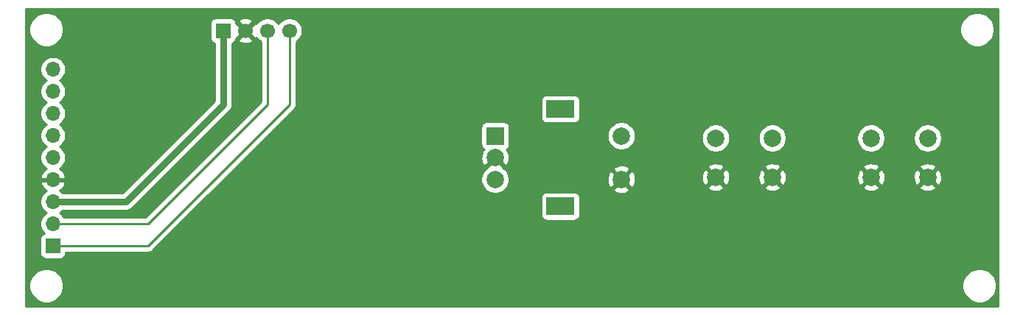
<source format=gbr>
%TF.GenerationSoftware,KiCad,Pcbnew,(5.1.10)-1*%
%TF.CreationDate,2021-07-03T16:07:00+02:00*%
%TF.ProjectId,mccake-5.25-inch-bay,6d636361-6b65-42d3-952e-32352d696e63,rev?*%
%TF.SameCoordinates,Original*%
%TF.FileFunction,Copper,L1,Top*%
%TF.FilePolarity,Positive*%
%FSLAX46Y46*%
G04 Gerber Fmt 4.6, Leading zero omitted, Abs format (unit mm)*
G04 Created by KiCad (PCBNEW (5.1.10)-1) date 2021-07-03 16:07:00*
%MOMM*%
%LPD*%
G01*
G04 APERTURE LIST*
%TA.AperFunction,ComponentPad*%
%ADD10C,1.700000*%
%TD*%
%TA.AperFunction,ComponentPad*%
%ADD11R,1.700000X1.700000*%
%TD*%
%TA.AperFunction,ComponentPad*%
%ADD12O,1.700000X1.700000*%
%TD*%
%TA.AperFunction,ComponentPad*%
%ADD13C,2.000000*%
%TD*%
%TA.AperFunction,ComponentPad*%
%ADD14R,3.200000X2.000000*%
%TD*%
%TA.AperFunction,ComponentPad*%
%ADD15R,2.000000X2.000000*%
%TD*%
%TA.AperFunction,Conductor*%
%ADD16C,0.750000*%
%TD*%
%TA.AperFunction,Conductor*%
%ADD17C,0.250000*%
%TD*%
%TA.AperFunction,Conductor*%
%ADD18C,0.254000*%
%TD*%
%TA.AperFunction,Conductor*%
%ADD19C,0.100000*%
%TD*%
G04 APERTURE END LIST*
D10*
%TO.P,J2,SDA*%
%TO.N,/SDA*%
X145288000Y-79375000D03*
%TO.P,J2,SCL*%
%TO.N,/SCL*%
X142748000Y-79375000D03*
%TO.P,J2,GND*%
%TO.N,GND*%
X140208000Y-79375000D03*
D11*
%TO.P,J2,VCC*%
%TO.N,+3V3*%
X137668000Y-79375000D03*
%TD*%
D12*
%TO.P,J1,ENC*%
%TO.N,/ENC_SW*%
X118110000Y-83820000D03*
%TO.P,J1,B4*%
%TO.N,/B4_DAT*%
X118110000Y-86360000D03*
%TO.P,J1,B3*%
%TO.N,/B3_CLK*%
X118110000Y-88900000D03*
%TO.P,J1,B2*%
%TO.N,/B2*%
X118110000Y-91440000D03*
%TO.P,J1,B1*%
%TO.N,/B1*%
X118110000Y-93980000D03*
%TO.P,J1,GND*%
%TO.N,GND*%
X118110000Y-96520000D03*
%TO.P,J1,3.3V*%
%TO.N,+3V3*%
X118110000Y-99060000D03*
%TO.P,J1,SCL*%
%TO.N,/SCL*%
X118110000Y-101600000D03*
D11*
%TO.P,J1,SDA*%
%TO.N,/SDA*%
X118110000Y-104140000D03*
%TD*%
D13*
%TO.P,Switch Synthesizer,2*%
%TO.N,GND*%
X194250000Y-96230000D03*
%TO.P,Switch Synthesizer,1*%
%TO.N,/B1*%
X194250000Y-91730000D03*
%TO.P,Switch Synthesizer,2*%
%TO.N,GND*%
X200750000Y-96230000D03*
%TO.P,Switch Synthesizer,1*%
%TO.N,/B1*%
X200750000Y-91730000D03*
%TD*%
%TO.P,Switch ROM,1*%
%TO.N,/B2*%
X218590000Y-91730000D03*
%TO.P,Switch ROM,2*%
%TO.N,GND*%
X218590000Y-96230000D03*
%TO.P,Switch ROM,1*%
%TO.N,/B2*%
X212090000Y-91730000D03*
%TO.P,Switch ROM,2*%
%TO.N,GND*%
X212090000Y-96230000D03*
%TD*%
%TO.P,Volume,S1*%
%TO.N,GND*%
X183410000Y-96480000D03*
%TO.P,Volume,S2*%
%TO.N,/ENC_SW*%
X183410000Y-91480000D03*
D14*
%TO.P,Volume,MP*%
%TO.N,N/C*%
X176410000Y-99580000D03*
X176410000Y-88380000D03*
D13*
%TO.P,Volume,B*%
%TO.N,/B3_CLK*%
X168910000Y-96480000D03*
%TO.P,Volume,C*%
%TO.N,GND*%
X168910000Y-93980000D03*
D15*
%TO.P,Volume,A*%
%TO.N,/B4_DAT*%
X168910000Y-91480000D03*
%TD*%
D16*
%TO.N,+3V3*%
X118110000Y-99060000D02*
X126492000Y-99060000D01*
X137668000Y-87884000D02*
X137668000Y-79375000D01*
X126492000Y-99060000D02*
X137668000Y-87884000D01*
D17*
%TO.N,/SCL*%
X142748000Y-79375000D02*
X142748000Y-87884000D01*
X129032000Y-101600000D02*
X118110000Y-101600000D01*
X142748000Y-87884000D02*
X129032000Y-101600000D01*
%TO.N,/SDA*%
X145288000Y-79375000D02*
X145288000Y-87884000D01*
X129032000Y-104140000D02*
X118110000Y-104140000D01*
X145288000Y-87884000D02*
X129032000Y-104140000D01*
%TD*%
D18*
%TO.N,GND*%
X226670000Y-111100000D02*
X114960000Y-111100000D01*
X114960000Y-108516495D01*
X115363000Y-108516495D01*
X115363000Y-108907505D01*
X115439282Y-109291003D01*
X115588915Y-109652250D01*
X115806149Y-109977364D01*
X116082636Y-110253851D01*
X116407750Y-110471085D01*
X116768997Y-110620718D01*
X117152495Y-110697000D01*
X117543505Y-110697000D01*
X117927003Y-110620718D01*
X118288250Y-110471085D01*
X118613364Y-110253851D01*
X118889851Y-109977364D01*
X119107085Y-109652250D01*
X119256718Y-109291003D01*
X119333000Y-108907505D01*
X119333000Y-108516495D01*
X222551000Y-108516495D01*
X222551000Y-108907505D01*
X222627282Y-109291003D01*
X222776915Y-109652250D01*
X222994149Y-109977364D01*
X223270636Y-110253851D01*
X223595750Y-110471085D01*
X223956997Y-110620718D01*
X224340495Y-110697000D01*
X224731505Y-110697000D01*
X225115003Y-110620718D01*
X225476250Y-110471085D01*
X225801364Y-110253851D01*
X226077851Y-109977364D01*
X226295085Y-109652250D01*
X226444718Y-109291003D01*
X226521000Y-108907505D01*
X226521000Y-108516495D01*
X226444718Y-108132997D01*
X226295085Y-107771750D01*
X226077851Y-107446636D01*
X225801364Y-107170149D01*
X225476250Y-106952915D01*
X225115003Y-106803282D01*
X224731505Y-106727000D01*
X224340495Y-106727000D01*
X223956997Y-106803282D01*
X223595750Y-106952915D01*
X223270636Y-107170149D01*
X222994149Y-107446636D01*
X222776915Y-107771750D01*
X222627282Y-108132997D01*
X222551000Y-108516495D01*
X119333000Y-108516495D01*
X119256718Y-108132997D01*
X119107085Y-107771750D01*
X118889851Y-107446636D01*
X118613364Y-107170149D01*
X118288250Y-106952915D01*
X117927003Y-106803282D01*
X117543505Y-106727000D01*
X117152495Y-106727000D01*
X116768997Y-106803282D01*
X116407750Y-106952915D01*
X116082636Y-107170149D01*
X115806149Y-107446636D01*
X115588915Y-107771750D01*
X115439282Y-108132997D01*
X115363000Y-108516495D01*
X114960000Y-108516495D01*
X114960000Y-103290000D01*
X116621928Y-103290000D01*
X116621928Y-104990000D01*
X116634188Y-105114482D01*
X116670498Y-105234180D01*
X116729463Y-105344494D01*
X116808815Y-105441185D01*
X116905506Y-105520537D01*
X117015820Y-105579502D01*
X117135518Y-105615812D01*
X117260000Y-105628072D01*
X118960000Y-105628072D01*
X119084482Y-105615812D01*
X119204180Y-105579502D01*
X119314494Y-105520537D01*
X119411185Y-105441185D01*
X119490537Y-105344494D01*
X119549502Y-105234180D01*
X119585812Y-105114482D01*
X119598072Y-104990000D01*
X119598072Y-104900000D01*
X128994678Y-104900000D01*
X129032000Y-104903676D01*
X129069322Y-104900000D01*
X129069333Y-104900000D01*
X129180986Y-104889003D01*
X129324247Y-104845546D01*
X129456276Y-104774974D01*
X129572001Y-104680001D01*
X129595804Y-104650997D01*
X135666801Y-98580000D01*
X174171928Y-98580000D01*
X174171928Y-100580000D01*
X174184188Y-100704482D01*
X174220498Y-100824180D01*
X174279463Y-100934494D01*
X174358815Y-101031185D01*
X174455506Y-101110537D01*
X174565820Y-101169502D01*
X174685518Y-101205812D01*
X174810000Y-101218072D01*
X178010000Y-101218072D01*
X178134482Y-101205812D01*
X178254180Y-101169502D01*
X178364494Y-101110537D01*
X178461185Y-101031185D01*
X178540537Y-100934494D01*
X178599502Y-100824180D01*
X178635812Y-100704482D01*
X178648072Y-100580000D01*
X178648072Y-98580000D01*
X178635812Y-98455518D01*
X178599502Y-98335820D01*
X178540537Y-98225506D01*
X178461185Y-98128815D01*
X178364494Y-98049463D01*
X178254180Y-97990498D01*
X178134482Y-97954188D01*
X178010000Y-97941928D01*
X174810000Y-97941928D01*
X174685518Y-97954188D01*
X174565820Y-97990498D01*
X174455506Y-98049463D01*
X174358815Y-98128815D01*
X174279463Y-98225506D01*
X174220498Y-98335820D01*
X174184188Y-98455518D01*
X174171928Y-98580000D01*
X135666801Y-98580000D01*
X137927834Y-96318967D01*
X167275000Y-96318967D01*
X167275000Y-96641033D01*
X167337832Y-96956912D01*
X167461082Y-97254463D01*
X167640013Y-97522252D01*
X167867748Y-97749987D01*
X168135537Y-97928918D01*
X168433088Y-98052168D01*
X168748967Y-98115000D01*
X169071033Y-98115000D01*
X169386912Y-98052168D01*
X169684463Y-97928918D01*
X169952252Y-97749987D01*
X170086826Y-97615413D01*
X182454192Y-97615413D01*
X182549956Y-97879814D01*
X182839571Y-98020704D01*
X183151108Y-98102384D01*
X183472595Y-98121718D01*
X183791675Y-98077961D01*
X184096088Y-97972795D01*
X184270044Y-97879814D01*
X184365808Y-97615413D01*
X183410000Y-96659605D01*
X182454192Y-97615413D01*
X170086826Y-97615413D01*
X170179987Y-97522252D01*
X170358918Y-97254463D01*
X170482168Y-96956912D01*
X170545000Y-96641033D01*
X170545000Y-96542595D01*
X181768282Y-96542595D01*
X181812039Y-96861675D01*
X181917205Y-97166088D01*
X182010186Y-97340044D01*
X182274587Y-97435808D01*
X183230395Y-96480000D01*
X183589605Y-96480000D01*
X184545413Y-97435808D01*
X184739771Y-97365413D01*
X193294192Y-97365413D01*
X193389956Y-97629814D01*
X193679571Y-97770704D01*
X193991108Y-97852384D01*
X194312595Y-97871718D01*
X194631675Y-97827961D01*
X194936088Y-97722795D01*
X195110044Y-97629814D01*
X195205808Y-97365413D01*
X199794192Y-97365413D01*
X199889956Y-97629814D01*
X200179571Y-97770704D01*
X200491108Y-97852384D01*
X200812595Y-97871718D01*
X201131675Y-97827961D01*
X201436088Y-97722795D01*
X201610044Y-97629814D01*
X201705808Y-97365413D01*
X211134192Y-97365413D01*
X211229956Y-97629814D01*
X211519571Y-97770704D01*
X211831108Y-97852384D01*
X212152595Y-97871718D01*
X212471675Y-97827961D01*
X212776088Y-97722795D01*
X212950044Y-97629814D01*
X213045808Y-97365413D01*
X217634192Y-97365413D01*
X217729956Y-97629814D01*
X218019571Y-97770704D01*
X218331108Y-97852384D01*
X218652595Y-97871718D01*
X218971675Y-97827961D01*
X219276088Y-97722795D01*
X219450044Y-97629814D01*
X219545808Y-97365413D01*
X218590000Y-96409605D01*
X217634192Y-97365413D01*
X213045808Y-97365413D01*
X212090000Y-96409605D01*
X211134192Y-97365413D01*
X201705808Y-97365413D01*
X200750000Y-96409605D01*
X199794192Y-97365413D01*
X195205808Y-97365413D01*
X194250000Y-96409605D01*
X193294192Y-97365413D01*
X184739771Y-97365413D01*
X184809814Y-97340044D01*
X184950704Y-97050429D01*
X185032384Y-96738892D01*
X185051718Y-96417405D01*
X185034603Y-96292595D01*
X192608282Y-96292595D01*
X192652039Y-96611675D01*
X192757205Y-96916088D01*
X192850186Y-97090044D01*
X193114587Y-97185808D01*
X194070395Y-96230000D01*
X194429605Y-96230000D01*
X195385413Y-97185808D01*
X195649814Y-97090044D01*
X195790704Y-96800429D01*
X195872384Y-96488892D01*
X195884189Y-96292595D01*
X199108282Y-96292595D01*
X199152039Y-96611675D01*
X199257205Y-96916088D01*
X199350186Y-97090044D01*
X199614587Y-97185808D01*
X200570395Y-96230000D01*
X200929605Y-96230000D01*
X201885413Y-97185808D01*
X202149814Y-97090044D01*
X202290704Y-96800429D01*
X202372384Y-96488892D01*
X202384189Y-96292595D01*
X210448282Y-96292595D01*
X210492039Y-96611675D01*
X210597205Y-96916088D01*
X210690186Y-97090044D01*
X210954587Y-97185808D01*
X211910395Y-96230000D01*
X212269605Y-96230000D01*
X213225413Y-97185808D01*
X213489814Y-97090044D01*
X213630704Y-96800429D01*
X213712384Y-96488892D01*
X213724189Y-96292595D01*
X216948282Y-96292595D01*
X216992039Y-96611675D01*
X217097205Y-96916088D01*
X217190186Y-97090044D01*
X217454587Y-97185808D01*
X218410395Y-96230000D01*
X218769605Y-96230000D01*
X219725413Y-97185808D01*
X219989814Y-97090044D01*
X220130704Y-96800429D01*
X220212384Y-96488892D01*
X220231718Y-96167405D01*
X220187961Y-95848325D01*
X220082795Y-95543912D01*
X219989814Y-95369956D01*
X219725413Y-95274192D01*
X218769605Y-96230000D01*
X218410395Y-96230000D01*
X217454587Y-95274192D01*
X217190186Y-95369956D01*
X217049296Y-95659571D01*
X216967616Y-95971108D01*
X216948282Y-96292595D01*
X213724189Y-96292595D01*
X213731718Y-96167405D01*
X213687961Y-95848325D01*
X213582795Y-95543912D01*
X213489814Y-95369956D01*
X213225413Y-95274192D01*
X212269605Y-96230000D01*
X211910395Y-96230000D01*
X210954587Y-95274192D01*
X210690186Y-95369956D01*
X210549296Y-95659571D01*
X210467616Y-95971108D01*
X210448282Y-96292595D01*
X202384189Y-96292595D01*
X202391718Y-96167405D01*
X202347961Y-95848325D01*
X202242795Y-95543912D01*
X202149814Y-95369956D01*
X201885413Y-95274192D01*
X200929605Y-96230000D01*
X200570395Y-96230000D01*
X199614587Y-95274192D01*
X199350186Y-95369956D01*
X199209296Y-95659571D01*
X199127616Y-95971108D01*
X199108282Y-96292595D01*
X195884189Y-96292595D01*
X195891718Y-96167405D01*
X195847961Y-95848325D01*
X195742795Y-95543912D01*
X195649814Y-95369956D01*
X195385413Y-95274192D01*
X194429605Y-96230000D01*
X194070395Y-96230000D01*
X193114587Y-95274192D01*
X192850186Y-95369956D01*
X192709296Y-95659571D01*
X192627616Y-95971108D01*
X192608282Y-96292595D01*
X185034603Y-96292595D01*
X185007961Y-96098325D01*
X184902795Y-95793912D01*
X184809814Y-95619956D01*
X184545413Y-95524192D01*
X183589605Y-96480000D01*
X183230395Y-96480000D01*
X182274587Y-95524192D01*
X182010186Y-95619956D01*
X181869296Y-95909571D01*
X181787616Y-96221108D01*
X181768282Y-96542595D01*
X170545000Y-96542595D01*
X170545000Y-96318967D01*
X170482168Y-96003088D01*
X170358918Y-95705537D01*
X170179987Y-95437748D01*
X170086826Y-95344587D01*
X182454192Y-95344587D01*
X183410000Y-96300395D01*
X184365808Y-95344587D01*
X184275260Y-95094587D01*
X193294192Y-95094587D01*
X194250000Y-96050395D01*
X195205808Y-95094587D01*
X199794192Y-95094587D01*
X200750000Y-96050395D01*
X201705808Y-95094587D01*
X211134192Y-95094587D01*
X212090000Y-96050395D01*
X213045808Y-95094587D01*
X217634192Y-95094587D01*
X218590000Y-96050395D01*
X219545808Y-95094587D01*
X219450044Y-94830186D01*
X219160429Y-94689296D01*
X218848892Y-94607616D01*
X218527405Y-94588282D01*
X218208325Y-94632039D01*
X217903912Y-94737205D01*
X217729956Y-94830186D01*
X217634192Y-95094587D01*
X213045808Y-95094587D01*
X212950044Y-94830186D01*
X212660429Y-94689296D01*
X212348892Y-94607616D01*
X212027405Y-94588282D01*
X211708325Y-94632039D01*
X211403912Y-94737205D01*
X211229956Y-94830186D01*
X211134192Y-95094587D01*
X201705808Y-95094587D01*
X201610044Y-94830186D01*
X201320429Y-94689296D01*
X201008892Y-94607616D01*
X200687405Y-94588282D01*
X200368325Y-94632039D01*
X200063912Y-94737205D01*
X199889956Y-94830186D01*
X199794192Y-95094587D01*
X195205808Y-95094587D01*
X195110044Y-94830186D01*
X194820429Y-94689296D01*
X194508892Y-94607616D01*
X194187405Y-94588282D01*
X193868325Y-94632039D01*
X193563912Y-94737205D01*
X193389956Y-94830186D01*
X193294192Y-95094587D01*
X184275260Y-95094587D01*
X184270044Y-95080186D01*
X183980429Y-94939296D01*
X183668892Y-94857616D01*
X183347405Y-94838282D01*
X183028325Y-94882039D01*
X182723912Y-94987205D01*
X182549956Y-95080186D01*
X182454192Y-95344587D01*
X170086826Y-95344587D01*
X169952252Y-95210013D01*
X169855065Y-95145075D01*
X169865808Y-95115413D01*
X168910000Y-94159605D01*
X167954192Y-95115413D01*
X167964935Y-95145075D01*
X167867748Y-95210013D01*
X167640013Y-95437748D01*
X167461082Y-95705537D01*
X167337832Y-96003088D01*
X167275000Y-96318967D01*
X137927834Y-96318967D01*
X140204206Y-94042595D01*
X167268282Y-94042595D01*
X167312039Y-94361675D01*
X167417205Y-94666088D01*
X167510186Y-94840044D01*
X167774587Y-94935808D01*
X168730395Y-93980000D01*
X168716253Y-93965858D01*
X168895858Y-93786253D01*
X168910000Y-93800395D01*
X168924143Y-93786253D01*
X169103748Y-93965858D01*
X169089605Y-93980000D01*
X170045413Y-94935808D01*
X170309814Y-94840044D01*
X170450704Y-94550429D01*
X170532384Y-94238892D01*
X170551718Y-93917405D01*
X170507961Y-93598325D01*
X170402795Y-93293912D01*
X170309814Y-93119956D01*
X170160777Y-93065976D01*
X170264494Y-93010537D01*
X170361185Y-92931185D01*
X170440537Y-92834494D01*
X170499502Y-92724180D01*
X170535812Y-92604482D01*
X170548072Y-92480000D01*
X170548072Y-91318967D01*
X181775000Y-91318967D01*
X181775000Y-91641033D01*
X181837832Y-91956912D01*
X181961082Y-92254463D01*
X182140013Y-92522252D01*
X182367748Y-92749987D01*
X182635537Y-92928918D01*
X182933088Y-93052168D01*
X183248967Y-93115000D01*
X183571033Y-93115000D01*
X183886912Y-93052168D01*
X184184463Y-92928918D01*
X184452252Y-92749987D01*
X184679987Y-92522252D01*
X184858918Y-92254463D01*
X184982168Y-91956912D01*
X185045000Y-91641033D01*
X185045000Y-91568967D01*
X192615000Y-91568967D01*
X192615000Y-91891033D01*
X192677832Y-92206912D01*
X192801082Y-92504463D01*
X192980013Y-92772252D01*
X193207748Y-92999987D01*
X193475537Y-93178918D01*
X193773088Y-93302168D01*
X194088967Y-93365000D01*
X194411033Y-93365000D01*
X194726912Y-93302168D01*
X195024463Y-93178918D01*
X195292252Y-92999987D01*
X195519987Y-92772252D01*
X195698918Y-92504463D01*
X195822168Y-92206912D01*
X195885000Y-91891033D01*
X195885000Y-91568967D01*
X199115000Y-91568967D01*
X199115000Y-91891033D01*
X199177832Y-92206912D01*
X199301082Y-92504463D01*
X199480013Y-92772252D01*
X199707748Y-92999987D01*
X199975537Y-93178918D01*
X200273088Y-93302168D01*
X200588967Y-93365000D01*
X200911033Y-93365000D01*
X201226912Y-93302168D01*
X201524463Y-93178918D01*
X201792252Y-92999987D01*
X202019987Y-92772252D01*
X202198918Y-92504463D01*
X202322168Y-92206912D01*
X202385000Y-91891033D01*
X202385000Y-91568967D01*
X210455000Y-91568967D01*
X210455000Y-91891033D01*
X210517832Y-92206912D01*
X210641082Y-92504463D01*
X210820013Y-92772252D01*
X211047748Y-92999987D01*
X211315537Y-93178918D01*
X211613088Y-93302168D01*
X211928967Y-93365000D01*
X212251033Y-93365000D01*
X212566912Y-93302168D01*
X212864463Y-93178918D01*
X213132252Y-92999987D01*
X213359987Y-92772252D01*
X213538918Y-92504463D01*
X213662168Y-92206912D01*
X213725000Y-91891033D01*
X213725000Y-91568967D01*
X216955000Y-91568967D01*
X216955000Y-91891033D01*
X217017832Y-92206912D01*
X217141082Y-92504463D01*
X217320013Y-92772252D01*
X217547748Y-92999987D01*
X217815537Y-93178918D01*
X218113088Y-93302168D01*
X218428967Y-93365000D01*
X218751033Y-93365000D01*
X219066912Y-93302168D01*
X219364463Y-93178918D01*
X219632252Y-92999987D01*
X219859987Y-92772252D01*
X220038918Y-92504463D01*
X220162168Y-92206912D01*
X220225000Y-91891033D01*
X220225000Y-91568967D01*
X220162168Y-91253088D01*
X220038918Y-90955537D01*
X219859987Y-90687748D01*
X219632252Y-90460013D01*
X219364463Y-90281082D01*
X219066912Y-90157832D01*
X218751033Y-90095000D01*
X218428967Y-90095000D01*
X218113088Y-90157832D01*
X217815537Y-90281082D01*
X217547748Y-90460013D01*
X217320013Y-90687748D01*
X217141082Y-90955537D01*
X217017832Y-91253088D01*
X216955000Y-91568967D01*
X213725000Y-91568967D01*
X213662168Y-91253088D01*
X213538918Y-90955537D01*
X213359987Y-90687748D01*
X213132252Y-90460013D01*
X212864463Y-90281082D01*
X212566912Y-90157832D01*
X212251033Y-90095000D01*
X211928967Y-90095000D01*
X211613088Y-90157832D01*
X211315537Y-90281082D01*
X211047748Y-90460013D01*
X210820013Y-90687748D01*
X210641082Y-90955537D01*
X210517832Y-91253088D01*
X210455000Y-91568967D01*
X202385000Y-91568967D01*
X202322168Y-91253088D01*
X202198918Y-90955537D01*
X202019987Y-90687748D01*
X201792252Y-90460013D01*
X201524463Y-90281082D01*
X201226912Y-90157832D01*
X200911033Y-90095000D01*
X200588967Y-90095000D01*
X200273088Y-90157832D01*
X199975537Y-90281082D01*
X199707748Y-90460013D01*
X199480013Y-90687748D01*
X199301082Y-90955537D01*
X199177832Y-91253088D01*
X199115000Y-91568967D01*
X195885000Y-91568967D01*
X195822168Y-91253088D01*
X195698918Y-90955537D01*
X195519987Y-90687748D01*
X195292252Y-90460013D01*
X195024463Y-90281082D01*
X194726912Y-90157832D01*
X194411033Y-90095000D01*
X194088967Y-90095000D01*
X193773088Y-90157832D01*
X193475537Y-90281082D01*
X193207748Y-90460013D01*
X192980013Y-90687748D01*
X192801082Y-90955537D01*
X192677832Y-91253088D01*
X192615000Y-91568967D01*
X185045000Y-91568967D01*
X185045000Y-91318967D01*
X184982168Y-91003088D01*
X184858918Y-90705537D01*
X184679987Y-90437748D01*
X184452252Y-90210013D01*
X184184463Y-90031082D01*
X183886912Y-89907832D01*
X183571033Y-89845000D01*
X183248967Y-89845000D01*
X182933088Y-89907832D01*
X182635537Y-90031082D01*
X182367748Y-90210013D01*
X182140013Y-90437748D01*
X181961082Y-90705537D01*
X181837832Y-91003088D01*
X181775000Y-91318967D01*
X170548072Y-91318967D01*
X170548072Y-90480000D01*
X170535812Y-90355518D01*
X170499502Y-90235820D01*
X170440537Y-90125506D01*
X170361185Y-90028815D01*
X170264494Y-89949463D01*
X170154180Y-89890498D01*
X170034482Y-89854188D01*
X169910000Y-89841928D01*
X167910000Y-89841928D01*
X167785518Y-89854188D01*
X167665820Y-89890498D01*
X167555506Y-89949463D01*
X167458815Y-90028815D01*
X167379463Y-90125506D01*
X167320498Y-90235820D01*
X167284188Y-90355518D01*
X167271928Y-90480000D01*
X167271928Y-92480000D01*
X167284188Y-92604482D01*
X167320498Y-92724180D01*
X167379463Y-92834494D01*
X167458815Y-92931185D01*
X167555506Y-93010537D01*
X167659223Y-93065976D01*
X167510186Y-93119956D01*
X167369296Y-93409571D01*
X167287616Y-93721108D01*
X167268282Y-94042595D01*
X140204206Y-94042595D01*
X145799003Y-88447799D01*
X145828001Y-88424001D01*
X145922974Y-88308276D01*
X145993546Y-88176247D01*
X146037003Y-88032986D01*
X146048000Y-87921333D01*
X146048000Y-87921325D01*
X146051676Y-87884000D01*
X146048000Y-87846675D01*
X146048000Y-87380000D01*
X174171928Y-87380000D01*
X174171928Y-89380000D01*
X174184188Y-89504482D01*
X174220498Y-89624180D01*
X174279463Y-89734494D01*
X174358815Y-89831185D01*
X174455506Y-89910537D01*
X174565820Y-89969502D01*
X174685518Y-90005812D01*
X174810000Y-90018072D01*
X178010000Y-90018072D01*
X178134482Y-90005812D01*
X178254180Y-89969502D01*
X178364494Y-89910537D01*
X178461185Y-89831185D01*
X178540537Y-89734494D01*
X178599502Y-89624180D01*
X178635812Y-89504482D01*
X178648072Y-89380000D01*
X178648072Y-87380000D01*
X178635812Y-87255518D01*
X178599502Y-87135820D01*
X178540537Y-87025506D01*
X178461185Y-86928815D01*
X178364494Y-86849463D01*
X178254180Y-86790498D01*
X178134482Y-86754188D01*
X178010000Y-86741928D01*
X174810000Y-86741928D01*
X174685518Y-86754188D01*
X174565820Y-86790498D01*
X174455506Y-86849463D01*
X174358815Y-86928815D01*
X174279463Y-87025506D01*
X174220498Y-87135820D01*
X174184188Y-87255518D01*
X174171928Y-87380000D01*
X146048000Y-87380000D01*
X146048000Y-80653178D01*
X146234632Y-80528475D01*
X146441475Y-80321632D01*
X146603990Y-80078411D01*
X146715932Y-79808158D01*
X146773000Y-79521260D01*
X146773000Y-79228740D01*
X146737943Y-79052495D01*
X222297000Y-79052495D01*
X222297000Y-79443505D01*
X222373282Y-79827003D01*
X222522915Y-80188250D01*
X222740149Y-80513364D01*
X223016636Y-80789851D01*
X223341750Y-81007085D01*
X223702997Y-81156718D01*
X224086495Y-81233000D01*
X224477505Y-81233000D01*
X224861003Y-81156718D01*
X225222250Y-81007085D01*
X225547364Y-80789851D01*
X225823851Y-80513364D01*
X226041085Y-80188250D01*
X226190718Y-79827003D01*
X226267000Y-79443505D01*
X226267000Y-79052495D01*
X226190718Y-78668997D01*
X226041085Y-78307750D01*
X225823851Y-77982636D01*
X225547364Y-77706149D01*
X225222250Y-77488915D01*
X224861003Y-77339282D01*
X224477505Y-77263000D01*
X224086495Y-77263000D01*
X223702997Y-77339282D01*
X223341750Y-77488915D01*
X223016636Y-77706149D01*
X222740149Y-77982636D01*
X222522915Y-78307750D01*
X222373282Y-78668997D01*
X222297000Y-79052495D01*
X146737943Y-79052495D01*
X146715932Y-78941842D01*
X146603990Y-78671589D01*
X146441475Y-78428368D01*
X146234632Y-78221525D01*
X145991411Y-78059010D01*
X145721158Y-77947068D01*
X145434260Y-77890000D01*
X145141740Y-77890000D01*
X144854842Y-77947068D01*
X144584589Y-78059010D01*
X144341368Y-78221525D01*
X144134525Y-78428368D01*
X144018000Y-78602760D01*
X143901475Y-78428368D01*
X143694632Y-78221525D01*
X143451411Y-78059010D01*
X143181158Y-77947068D01*
X142894260Y-77890000D01*
X142601740Y-77890000D01*
X142314842Y-77947068D01*
X142044589Y-78059010D01*
X141801368Y-78221525D01*
X141594525Y-78428368D01*
X141478689Y-78601729D01*
X141236397Y-78526208D01*
X140387605Y-79375000D01*
X141236397Y-80223792D01*
X141478689Y-80148271D01*
X141594525Y-80321632D01*
X141801368Y-80528475D01*
X141988000Y-80653179D01*
X141988001Y-87569197D01*
X128717199Y-100840000D01*
X119388178Y-100840000D01*
X119263475Y-100653368D01*
X119056632Y-100446525D01*
X118882240Y-100330000D01*
X119056632Y-100213475D01*
X119200107Y-100070000D01*
X126442392Y-100070000D01*
X126492000Y-100074886D01*
X126689994Y-100055385D01*
X126880380Y-99997632D01*
X127055840Y-99903847D01*
X127209633Y-99777633D01*
X127241261Y-99739094D01*
X138347100Y-88633256D01*
X138385633Y-88601633D01*
X138511847Y-88447840D01*
X138605632Y-88272380D01*
X138663385Y-88081994D01*
X138678000Y-87933608D01*
X138678000Y-87933607D01*
X138682886Y-87884000D01*
X138678000Y-87834392D01*
X138678000Y-80840038D01*
X138762180Y-80814502D01*
X138872494Y-80755537D01*
X138969185Y-80676185D01*
X139048537Y-80579494D01*
X139107502Y-80469180D01*
X139127457Y-80403397D01*
X139359208Y-80403397D01*
X139436843Y-80652472D01*
X139700883Y-80778371D01*
X139984411Y-80850339D01*
X140276531Y-80865611D01*
X140566019Y-80823599D01*
X140841747Y-80725919D01*
X140979157Y-80652472D01*
X141056792Y-80403397D01*
X140208000Y-79554605D01*
X139359208Y-80403397D01*
X139127457Y-80403397D01*
X139143812Y-80349482D01*
X139156072Y-80225000D01*
X139156072Y-80216458D01*
X139179603Y-80223792D01*
X140028395Y-79375000D01*
X139179603Y-78526208D01*
X139156072Y-78533542D01*
X139156072Y-78525000D01*
X139143812Y-78400518D01*
X139127458Y-78346603D01*
X139359208Y-78346603D01*
X140208000Y-79195395D01*
X141056792Y-78346603D01*
X140979157Y-78097528D01*
X140715117Y-77971629D01*
X140431589Y-77899661D01*
X140139469Y-77884389D01*
X139849981Y-77926401D01*
X139574253Y-78024081D01*
X139436843Y-78097528D01*
X139359208Y-78346603D01*
X139127458Y-78346603D01*
X139107502Y-78280820D01*
X139048537Y-78170506D01*
X138969185Y-78073815D01*
X138872494Y-77994463D01*
X138762180Y-77935498D01*
X138642482Y-77899188D01*
X138518000Y-77886928D01*
X136818000Y-77886928D01*
X136693518Y-77899188D01*
X136573820Y-77935498D01*
X136463506Y-77994463D01*
X136366815Y-78073815D01*
X136287463Y-78170506D01*
X136228498Y-78280820D01*
X136192188Y-78400518D01*
X136179928Y-78525000D01*
X136179928Y-80225000D01*
X136192188Y-80349482D01*
X136228498Y-80469180D01*
X136287463Y-80579494D01*
X136366815Y-80676185D01*
X136463506Y-80755537D01*
X136573820Y-80814502D01*
X136658001Y-80840038D01*
X136658000Y-87465644D01*
X126073645Y-98050000D01*
X119200107Y-98050000D01*
X119056632Y-97906525D01*
X118874466Y-97784805D01*
X118991355Y-97715178D01*
X119207588Y-97520269D01*
X119381641Y-97286920D01*
X119506825Y-97024099D01*
X119551476Y-96876890D01*
X119430155Y-96647000D01*
X118237000Y-96647000D01*
X118237000Y-96667000D01*
X117983000Y-96667000D01*
X117983000Y-96647000D01*
X116789845Y-96647000D01*
X116668524Y-96876890D01*
X116713175Y-97024099D01*
X116838359Y-97286920D01*
X117012412Y-97520269D01*
X117228645Y-97715178D01*
X117345534Y-97784805D01*
X117163368Y-97906525D01*
X116956525Y-98113368D01*
X116794010Y-98356589D01*
X116682068Y-98626842D01*
X116625000Y-98913740D01*
X116625000Y-99206260D01*
X116682068Y-99493158D01*
X116794010Y-99763411D01*
X116956525Y-100006632D01*
X117163368Y-100213475D01*
X117337760Y-100330000D01*
X117163368Y-100446525D01*
X116956525Y-100653368D01*
X116794010Y-100896589D01*
X116682068Y-101166842D01*
X116625000Y-101453740D01*
X116625000Y-101746260D01*
X116682068Y-102033158D01*
X116794010Y-102303411D01*
X116956525Y-102546632D01*
X117088380Y-102678487D01*
X117015820Y-102700498D01*
X116905506Y-102759463D01*
X116808815Y-102838815D01*
X116729463Y-102935506D01*
X116670498Y-103045820D01*
X116634188Y-103165518D01*
X116621928Y-103290000D01*
X114960000Y-103290000D01*
X114960000Y-83673740D01*
X116625000Y-83673740D01*
X116625000Y-83966260D01*
X116682068Y-84253158D01*
X116794010Y-84523411D01*
X116956525Y-84766632D01*
X117163368Y-84973475D01*
X117337760Y-85090000D01*
X117163368Y-85206525D01*
X116956525Y-85413368D01*
X116794010Y-85656589D01*
X116682068Y-85926842D01*
X116625000Y-86213740D01*
X116625000Y-86506260D01*
X116682068Y-86793158D01*
X116794010Y-87063411D01*
X116956525Y-87306632D01*
X117163368Y-87513475D01*
X117337760Y-87630000D01*
X117163368Y-87746525D01*
X116956525Y-87953368D01*
X116794010Y-88196589D01*
X116682068Y-88466842D01*
X116625000Y-88753740D01*
X116625000Y-89046260D01*
X116682068Y-89333158D01*
X116794010Y-89603411D01*
X116956525Y-89846632D01*
X117163368Y-90053475D01*
X117337760Y-90170000D01*
X117163368Y-90286525D01*
X116956525Y-90493368D01*
X116794010Y-90736589D01*
X116682068Y-91006842D01*
X116625000Y-91293740D01*
X116625000Y-91586260D01*
X116682068Y-91873158D01*
X116794010Y-92143411D01*
X116956525Y-92386632D01*
X117163368Y-92593475D01*
X117337760Y-92710000D01*
X117163368Y-92826525D01*
X116956525Y-93033368D01*
X116794010Y-93276589D01*
X116682068Y-93546842D01*
X116625000Y-93833740D01*
X116625000Y-94126260D01*
X116682068Y-94413158D01*
X116794010Y-94683411D01*
X116956525Y-94926632D01*
X117163368Y-95133475D01*
X117345534Y-95255195D01*
X117228645Y-95324822D01*
X117012412Y-95519731D01*
X116838359Y-95753080D01*
X116713175Y-96015901D01*
X116668524Y-96163110D01*
X116789845Y-96393000D01*
X117983000Y-96393000D01*
X117983000Y-96373000D01*
X118237000Y-96373000D01*
X118237000Y-96393000D01*
X119430155Y-96393000D01*
X119551476Y-96163110D01*
X119506825Y-96015901D01*
X119381641Y-95753080D01*
X119207588Y-95519731D01*
X118991355Y-95324822D01*
X118874466Y-95255195D01*
X119056632Y-95133475D01*
X119263475Y-94926632D01*
X119425990Y-94683411D01*
X119537932Y-94413158D01*
X119595000Y-94126260D01*
X119595000Y-93833740D01*
X119537932Y-93546842D01*
X119425990Y-93276589D01*
X119263475Y-93033368D01*
X119056632Y-92826525D01*
X118882240Y-92710000D01*
X119056632Y-92593475D01*
X119263475Y-92386632D01*
X119425990Y-92143411D01*
X119537932Y-91873158D01*
X119595000Y-91586260D01*
X119595000Y-91293740D01*
X119537932Y-91006842D01*
X119425990Y-90736589D01*
X119263475Y-90493368D01*
X119056632Y-90286525D01*
X118882240Y-90170000D01*
X119056632Y-90053475D01*
X119263475Y-89846632D01*
X119425990Y-89603411D01*
X119537932Y-89333158D01*
X119595000Y-89046260D01*
X119595000Y-88753740D01*
X119537932Y-88466842D01*
X119425990Y-88196589D01*
X119263475Y-87953368D01*
X119056632Y-87746525D01*
X118882240Y-87630000D01*
X119056632Y-87513475D01*
X119263475Y-87306632D01*
X119425990Y-87063411D01*
X119537932Y-86793158D01*
X119595000Y-86506260D01*
X119595000Y-86213740D01*
X119537932Y-85926842D01*
X119425990Y-85656589D01*
X119263475Y-85413368D01*
X119056632Y-85206525D01*
X118882240Y-85090000D01*
X119056632Y-84973475D01*
X119263475Y-84766632D01*
X119425990Y-84523411D01*
X119537932Y-84253158D01*
X119595000Y-83966260D01*
X119595000Y-83673740D01*
X119537932Y-83386842D01*
X119425990Y-83116589D01*
X119263475Y-82873368D01*
X119056632Y-82666525D01*
X118813411Y-82504010D01*
X118543158Y-82392068D01*
X118256260Y-82335000D01*
X117963740Y-82335000D01*
X117676842Y-82392068D01*
X117406589Y-82504010D01*
X117163368Y-82666525D01*
X116956525Y-82873368D01*
X116794010Y-83116589D01*
X116682068Y-83386842D01*
X116625000Y-83673740D01*
X114960000Y-83673740D01*
X114960000Y-79052495D01*
X115363000Y-79052495D01*
X115363000Y-79443505D01*
X115439282Y-79827003D01*
X115588915Y-80188250D01*
X115806149Y-80513364D01*
X116082636Y-80789851D01*
X116407750Y-81007085D01*
X116768997Y-81156718D01*
X117152495Y-81233000D01*
X117543505Y-81233000D01*
X117927003Y-81156718D01*
X118288250Y-81007085D01*
X118613364Y-80789851D01*
X118889851Y-80513364D01*
X119107085Y-80188250D01*
X119256718Y-79827003D01*
X119333000Y-79443505D01*
X119333000Y-79052495D01*
X119256718Y-78668997D01*
X119107085Y-78307750D01*
X118889851Y-77982636D01*
X118613364Y-77706149D01*
X118288250Y-77488915D01*
X117927003Y-77339282D01*
X117543505Y-77263000D01*
X117152495Y-77263000D01*
X116768997Y-77339282D01*
X116407750Y-77488915D01*
X116082636Y-77706149D01*
X115806149Y-77982636D01*
X115588915Y-78307750D01*
X115439282Y-78668997D01*
X115363000Y-79052495D01*
X114960000Y-79052495D01*
X114960000Y-76860000D01*
X226670001Y-76860000D01*
X226670000Y-111100000D01*
%TA.AperFunction,Conductor*%
D19*
G36*
X226670000Y-111100000D02*
G01*
X114960000Y-111100000D01*
X114960000Y-108516495D01*
X115363000Y-108516495D01*
X115363000Y-108907505D01*
X115439282Y-109291003D01*
X115588915Y-109652250D01*
X115806149Y-109977364D01*
X116082636Y-110253851D01*
X116407750Y-110471085D01*
X116768997Y-110620718D01*
X117152495Y-110697000D01*
X117543505Y-110697000D01*
X117927003Y-110620718D01*
X118288250Y-110471085D01*
X118613364Y-110253851D01*
X118889851Y-109977364D01*
X119107085Y-109652250D01*
X119256718Y-109291003D01*
X119333000Y-108907505D01*
X119333000Y-108516495D01*
X222551000Y-108516495D01*
X222551000Y-108907505D01*
X222627282Y-109291003D01*
X222776915Y-109652250D01*
X222994149Y-109977364D01*
X223270636Y-110253851D01*
X223595750Y-110471085D01*
X223956997Y-110620718D01*
X224340495Y-110697000D01*
X224731505Y-110697000D01*
X225115003Y-110620718D01*
X225476250Y-110471085D01*
X225801364Y-110253851D01*
X226077851Y-109977364D01*
X226295085Y-109652250D01*
X226444718Y-109291003D01*
X226521000Y-108907505D01*
X226521000Y-108516495D01*
X226444718Y-108132997D01*
X226295085Y-107771750D01*
X226077851Y-107446636D01*
X225801364Y-107170149D01*
X225476250Y-106952915D01*
X225115003Y-106803282D01*
X224731505Y-106727000D01*
X224340495Y-106727000D01*
X223956997Y-106803282D01*
X223595750Y-106952915D01*
X223270636Y-107170149D01*
X222994149Y-107446636D01*
X222776915Y-107771750D01*
X222627282Y-108132997D01*
X222551000Y-108516495D01*
X119333000Y-108516495D01*
X119256718Y-108132997D01*
X119107085Y-107771750D01*
X118889851Y-107446636D01*
X118613364Y-107170149D01*
X118288250Y-106952915D01*
X117927003Y-106803282D01*
X117543505Y-106727000D01*
X117152495Y-106727000D01*
X116768997Y-106803282D01*
X116407750Y-106952915D01*
X116082636Y-107170149D01*
X115806149Y-107446636D01*
X115588915Y-107771750D01*
X115439282Y-108132997D01*
X115363000Y-108516495D01*
X114960000Y-108516495D01*
X114960000Y-103290000D01*
X116621928Y-103290000D01*
X116621928Y-104990000D01*
X116634188Y-105114482D01*
X116670498Y-105234180D01*
X116729463Y-105344494D01*
X116808815Y-105441185D01*
X116905506Y-105520537D01*
X117015820Y-105579502D01*
X117135518Y-105615812D01*
X117260000Y-105628072D01*
X118960000Y-105628072D01*
X119084482Y-105615812D01*
X119204180Y-105579502D01*
X119314494Y-105520537D01*
X119411185Y-105441185D01*
X119490537Y-105344494D01*
X119549502Y-105234180D01*
X119585812Y-105114482D01*
X119598072Y-104990000D01*
X119598072Y-104900000D01*
X128994678Y-104900000D01*
X129032000Y-104903676D01*
X129069322Y-104900000D01*
X129069333Y-104900000D01*
X129180986Y-104889003D01*
X129324247Y-104845546D01*
X129456276Y-104774974D01*
X129572001Y-104680001D01*
X129595804Y-104650997D01*
X135666801Y-98580000D01*
X174171928Y-98580000D01*
X174171928Y-100580000D01*
X174184188Y-100704482D01*
X174220498Y-100824180D01*
X174279463Y-100934494D01*
X174358815Y-101031185D01*
X174455506Y-101110537D01*
X174565820Y-101169502D01*
X174685518Y-101205812D01*
X174810000Y-101218072D01*
X178010000Y-101218072D01*
X178134482Y-101205812D01*
X178254180Y-101169502D01*
X178364494Y-101110537D01*
X178461185Y-101031185D01*
X178540537Y-100934494D01*
X178599502Y-100824180D01*
X178635812Y-100704482D01*
X178648072Y-100580000D01*
X178648072Y-98580000D01*
X178635812Y-98455518D01*
X178599502Y-98335820D01*
X178540537Y-98225506D01*
X178461185Y-98128815D01*
X178364494Y-98049463D01*
X178254180Y-97990498D01*
X178134482Y-97954188D01*
X178010000Y-97941928D01*
X174810000Y-97941928D01*
X174685518Y-97954188D01*
X174565820Y-97990498D01*
X174455506Y-98049463D01*
X174358815Y-98128815D01*
X174279463Y-98225506D01*
X174220498Y-98335820D01*
X174184188Y-98455518D01*
X174171928Y-98580000D01*
X135666801Y-98580000D01*
X137927834Y-96318967D01*
X167275000Y-96318967D01*
X167275000Y-96641033D01*
X167337832Y-96956912D01*
X167461082Y-97254463D01*
X167640013Y-97522252D01*
X167867748Y-97749987D01*
X168135537Y-97928918D01*
X168433088Y-98052168D01*
X168748967Y-98115000D01*
X169071033Y-98115000D01*
X169386912Y-98052168D01*
X169684463Y-97928918D01*
X169952252Y-97749987D01*
X170086826Y-97615413D01*
X182454192Y-97615413D01*
X182549956Y-97879814D01*
X182839571Y-98020704D01*
X183151108Y-98102384D01*
X183472595Y-98121718D01*
X183791675Y-98077961D01*
X184096088Y-97972795D01*
X184270044Y-97879814D01*
X184365808Y-97615413D01*
X183410000Y-96659605D01*
X182454192Y-97615413D01*
X170086826Y-97615413D01*
X170179987Y-97522252D01*
X170358918Y-97254463D01*
X170482168Y-96956912D01*
X170545000Y-96641033D01*
X170545000Y-96542595D01*
X181768282Y-96542595D01*
X181812039Y-96861675D01*
X181917205Y-97166088D01*
X182010186Y-97340044D01*
X182274587Y-97435808D01*
X183230395Y-96480000D01*
X183589605Y-96480000D01*
X184545413Y-97435808D01*
X184739771Y-97365413D01*
X193294192Y-97365413D01*
X193389956Y-97629814D01*
X193679571Y-97770704D01*
X193991108Y-97852384D01*
X194312595Y-97871718D01*
X194631675Y-97827961D01*
X194936088Y-97722795D01*
X195110044Y-97629814D01*
X195205808Y-97365413D01*
X199794192Y-97365413D01*
X199889956Y-97629814D01*
X200179571Y-97770704D01*
X200491108Y-97852384D01*
X200812595Y-97871718D01*
X201131675Y-97827961D01*
X201436088Y-97722795D01*
X201610044Y-97629814D01*
X201705808Y-97365413D01*
X211134192Y-97365413D01*
X211229956Y-97629814D01*
X211519571Y-97770704D01*
X211831108Y-97852384D01*
X212152595Y-97871718D01*
X212471675Y-97827961D01*
X212776088Y-97722795D01*
X212950044Y-97629814D01*
X213045808Y-97365413D01*
X217634192Y-97365413D01*
X217729956Y-97629814D01*
X218019571Y-97770704D01*
X218331108Y-97852384D01*
X218652595Y-97871718D01*
X218971675Y-97827961D01*
X219276088Y-97722795D01*
X219450044Y-97629814D01*
X219545808Y-97365413D01*
X218590000Y-96409605D01*
X217634192Y-97365413D01*
X213045808Y-97365413D01*
X212090000Y-96409605D01*
X211134192Y-97365413D01*
X201705808Y-97365413D01*
X200750000Y-96409605D01*
X199794192Y-97365413D01*
X195205808Y-97365413D01*
X194250000Y-96409605D01*
X193294192Y-97365413D01*
X184739771Y-97365413D01*
X184809814Y-97340044D01*
X184950704Y-97050429D01*
X185032384Y-96738892D01*
X185051718Y-96417405D01*
X185034603Y-96292595D01*
X192608282Y-96292595D01*
X192652039Y-96611675D01*
X192757205Y-96916088D01*
X192850186Y-97090044D01*
X193114587Y-97185808D01*
X194070395Y-96230000D01*
X194429605Y-96230000D01*
X195385413Y-97185808D01*
X195649814Y-97090044D01*
X195790704Y-96800429D01*
X195872384Y-96488892D01*
X195884189Y-96292595D01*
X199108282Y-96292595D01*
X199152039Y-96611675D01*
X199257205Y-96916088D01*
X199350186Y-97090044D01*
X199614587Y-97185808D01*
X200570395Y-96230000D01*
X200929605Y-96230000D01*
X201885413Y-97185808D01*
X202149814Y-97090044D01*
X202290704Y-96800429D01*
X202372384Y-96488892D01*
X202384189Y-96292595D01*
X210448282Y-96292595D01*
X210492039Y-96611675D01*
X210597205Y-96916088D01*
X210690186Y-97090044D01*
X210954587Y-97185808D01*
X211910395Y-96230000D01*
X212269605Y-96230000D01*
X213225413Y-97185808D01*
X213489814Y-97090044D01*
X213630704Y-96800429D01*
X213712384Y-96488892D01*
X213724189Y-96292595D01*
X216948282Y-96292595D01*
X216992039Y-96611675D01*
X217097205Y-96916088D01*
X217190186Y-97090044D01*
X217454587Y-97185808D01*
X218410395Y-96230000D01*
X218769605Y-96230000D01*
X219725413Y-97185808D01*
X219989814Y-97090044D01*
X220130704Y-96800429D01*
X220212384Y-96488892D01*
X220231718Y-96167405D01*
X220187961Y-95848325D01*
X220082795Y-95543912D01*
X219989814Y-95369956D01*
X219725413Y-95274192D01*
X218769605Y-96230000D01*
X218410395Y-96230000D01*
X217454587Y-95274192D01*
X217190186Y-95369956D01*
X217049296Y-95659571D01*
X216967616Y-95971108D01*
X216948282Y-96292595D01*
X213724189Y-96292595D01*
X213731718Y-96167405D01*
X213687961Y-95848325D01*
X213582795Y-95543912D01*
X213489814Y-95369956D01*
X213225413Y-95274192D01*
X212269605Y-96230000D01*
X211910395Y-96230000D01*
X210954587Y-95274192D01*
X210690186Y-95369956D01*
X210549296Y-95659571D01*
X210467616Y-95971108D01*
X210448282Y-96292595D01*
X202384189Y-96292595D01*
X202391718Y-96167405D01*
X202347961Y-95848325D01*
X202242795Y-95543912D01*
X202149814Y-95369956D01*
X201885413Y-95274192D01*
X200929605Y-96230000D01*
X200570395Y-96230000D01*
X199614587Y-95274192D01*
X199350186Y-95369956D01*
X199209296Y-95659571D01*
X199127616Y-95971108D01*
X199108282Y-96292595D01*
X195884189Y-96292595D01*
X195891718Y-96167405D01*
X195847961Y-95848325D01*
X195742795Y-95543912D01*
X195649814Y-95369956D01*
X195385413Y-95274192D01*
X194429605Y-96230000D01*
X194070395Y-96230000D01*
X193114587Y-95274192D01*
X192850186Y-95369956D01*
X192709296Y-95659571D01*
X192627616Y-95971108D01*
X192608282Y-96292595D01*
X185034603Y-96292595D01*
X185007961Y-96098325D01*
X184902795Y-95793912D01*
X184809814Y-95619956D01*
X184545413Y-95524192D01*
X183589605Y-96480000D01*
X183230395Y-96480000D01*
X182274587Y-95524192D01*
X182010186Y-95619956D01*
X181869296Y-95909571D01*
X181787616Y-96221108D01*
X181768282Y-96542595D01*
X170545000Y-96542595D01*
X170545000Y-96318967D01*
X170482168Y-96003088D01*
X170358918Y-95705537D01*
X170179987Y-95437748D01*
X170086826Y-95344587D01*
X182454192Y-95344587D01*
X183410000Y-96300395D01*
X184365808Y-95344587D01*
X184275260Y-95094587D01*
X193294192Y-95094587D01*
X194250000Y-96050395D01*
X195205808Y-95094587D01*
X199794192Y-95094587D01*
X200750000Y-96050395D01*
X201705808Y-95094587D01*
X211134192Y-95094587D01*
X212090000Y-96050395D01*
X213045808Y-95094587D01*
X217634192Y-95094587D01*
X218590000Y-96050395D01*
X219545808Y-95094587D01*
X219450044Y-94830186D01*
X219160429Y-94689296D01*
X218848892Y-94607616D01*
X218527405Y-94588282D01*
X218208325Y-94632039D01*
X217903912Y-94737205D01*
X217729956Y-94830186D01*
X217634192Y-95094587D01*
X213045808Y-95094587D01*
X212950044Y-94830186D01*
X212660429Y-94689296D01*
X212348892Y-94607616D01*
X212027405Y-94588282D01*
X211708325Y-94632039D01*
X211403912Y-94737205D01*
X211229956Y-94830186D01*
X211134192Y-95094587D01*
X201705808Y-95094587D01*
X201610044Y-94830186D01*
X201320429Y-94689296D01*
X201008892Y-94607616D01*
X200687405Y-94588282D01*
X200368325Y-94632039D01*
X200063912Y-94737205D01*
X199889956Y-94830186D01*
X199794192Y-95094587D01*
X195205808Y-95094587D01*
X195110044Y-94830186D01*
X194820429Y-94689296D01*
X194508892Y-94607616D01*
X194187405Y-94588282D01*
X193868325Y-94632039D01*
X193563912Y-94737205D01*
X193389956Y-94830186D01*
X193294192Y-95094587D01*
X184275260Y-95094587D01*
X184270044Y-95080186D01*
X183980429Y-94939296D01*
X183668892Y-94857616D01*
X183347405Y-94838282D01*
X183028325Y-94882039D01*
X182723912Y-94987205D01*
X182549956Y-95080186D01*
X182454192Y-95344587D01*
X170086826Y-95344587D01*
X169952252Y-95210013D01*
X169855065Y-95145075D01*
X169865808Y-95115413D01*
X168910000Y-94159605D01*
X167954192Y-95115413D01*
X167964935Y-95145075D01*
X167867748Y-95210013D01*
X167640013Y-95437748D01*
X167461082Y-95705537D01*
X167337832Y-96003088D01*
X167275000Y-96318967D01*
X137927834Y-96318967D01*
X140204206Y-94042595D01*
X167268282Y-94042595D01*
X167312039Y-94361675D01*
X167417205Y-94666088D01*
X167510186Y-94840044D01*
X167774587Y-94935808D01*
X168730395Y-93980000D01*
X168716253Y-93965858D01*
X168895858Y-93786253D01*
X168910000Y-93800395D01*
X168924143Y-93786253D01*
X169103748Y-93965858D01*
X169089605Y-93980000D01*
X170045413Y-94935808D01*
X170309814Y-94840044D01*
X170450704Y-94550429D01*
X170532384Y-94238892D01*
X170551718Y-93917405D01*
X170507961Y-93598325D01*
X170402795Y-93293912D01*
X170309814Y-93119956D01*
X170160777Y-93065976D01*
X170264494Y-93010537D01*
X170361185Y-92931185D01*
X170440537Y-92834494D01*
X170499502Y-92724180D01*
X170535812Y-92604482D01*
X170548072Y-92480000D01*
X170548072Y-91318967D01*
X181775000Y-91318967D01*
X181775000Y-91641033D01*
X181837832Y-91956912D01*
X181961082Y-92254463D01*
X182140013Y-92522252D01*
X182367748Y-92749987D01*
X182635537Y-92928918D01*
X182933088Y-93052168D01*
X183248967Y-93115000D01*
X183571033Y-93115000D01*
X183886912Y-93052168D01*
X184184463Y-92928918D01*
X184452252Y-92749987D01*
X184679987Y-92522252D01*
X184858918Y-92254463D01*
X184982168Y-91956912D01*
X185045000Y-91641033D01*
X185045000Y-91568967D01*
X192615000Y-91568967D01*
X192615000Y-91891033D01*
X192677832Y-92206912D01*
X192801082Y-92504463D01*
X192980013Y-92772252D01*
X193207748Y-92999987D01*
X193475537Y-93178918D01*
X193773088Y-93302168D01*
X194088967Y-93365000D01*
X194411033Y-93365000D01*
X194726912Y-93302168D01*
X195024463Y-93178918D01*
X195292252Y-92999987D01*
X195519987Y-92772252D01*
X195698918Y-92504463D01*
X195822168Y-92206912D01*
X195885000Y-91891033D01*
X195885000Y-91568967D01*
X199115000Y-91568967D01*
X199115000Y-91891033D01*
X199177832Y-92206912D01*
X199301082Y-92504463D01*
X199480013Y-92772252D01*
X199707748Y-92999987D01*
X199975537Y-93178918D01*
X200273088Y-93302168D01*
X200588967Y-93365000D01*
X200911033Y-93365000D01*
X201226912Y-93302168D01*
X201524463Y-93178918D01*
X201792252Y-92999987D01*
X202019987Y-92772252D01*
X202198918Y-92504463D01*
X202322168Y-92206912D01*
X202385000Y-91891033D01*
X202385000Y-91568967D01*
X210455000Y-91568967D01*
X210455000Y-91891033D01*
X210517832Y-92206912D01*
X210641082Y-92504463D01*
X210820013Y-92772252D01*
X211047748Y-92999987D01*
X211315537Y-93178918D01*
X211613088Y-93302168D01*
X211928967Y-93365000D01*
X212251033Y-93365000D01*
X212566912Y-93302168D01*
X212864463Y-93178918D01*
X213132252Y-92999987D01*
X213359987Y-92772252D01*
X213538918Y-92504463D01*
X213662168Y-92206912D01*
X213725000Y-91891033D01*
X213725000Y-91568967D01*
X216955000Y-91568967D01*
X216955000Y-91891033D01*
X217017832Y-92206912D01*
X217141082Y-92504463D01*
X217320013Y-92772252D01*
X217547748Y-92999987D01*
X217815537Y-93178918D01*
X218113088Y-93302168D01*
X218428967Y-93365000D01*
X218751033Y-93365000D01*
X219066912Y-93302168D01*
X219364463Y-93178918D01*
X219632252Y-92999987D01*
X219859987Y-92772252D01*
X220038918Y-92504463D01*
X220162168Y-92206912D01*
X220225000Y-91891033D01*
X220225000Y-91568967D01*
X220162168Y-91253088D01*
X220038918Y-90955537D01*
X219859987Y-90687748D01*
X219632252Y-90460013D01*
X219364463Y-90281082D01*
X219066912Y-90157832D01*
X218751033Y-90095000D01*
X218428967Y-90095000D01*
X218113088Y-90157832D01*
X217815537Y-90281082D01*
X217547748Y-90460013D01*
X217320013Y-90687748D01*
X217141082Y-90955537D01*
X217017832Y-91253088D01*
X216955000Y-91568967D01*
X213725000Y-91568967D01*
X213662168Y-91253088D01*
X213538918Y-90955537D01*
X213359987Y-90687748D01*
X213132252Y-90460013D01*
X212864463Y-90281082D01*
X212566912Y-90157832D01*
X212251033Y-90095000D01*
X211928967Y-90095000D01*
X211613088Y-90157832D01*
X211315537Y-90281082D01*
X211047748Y-90460013D01*
X210820013Y-90687748D01*
X210641082Y-90955537D01*
X210517832Y-91253088D01*
X210455000Y-91568967D01*
X202385000Y-91568967D01*
X202322168Y-91253088D01*
X202198918Y-90955537D01*
X202019987Y-90687748D01*
X201792252Y-90460013D01*
X201524463Y-90281082D01*
X201226912Y-90157832D01*
X200911033Y-90095000D01*
X200588967Y-90095000D01*
X200273088Y-90157832D01*
X199975537Y-90281082D01*
X199707748Y-90460013D01*
X199480013Y-90687748D01*
X199301082Y-90955537D01*
X199177832Y-91253088D01*
X199115000Y-91568967D01*
X195885000Y-91568967D01*
X195822168Y-91253088D01*
X195698918Y-90955537D01*
X195519987Y-90687748D01*
X195292252Y-90460013D01*
X195024463Y-90281082D01*
X194726912Y-90157832D01*
X194411033Y-90095000D01*
X194088967Y-90095000D01*
X193773088Y-90157832D01*
X193475537Y-90281082D01*
X193207748Y-90460013D01*
X192980013Y-90687748D01*
X192801082Y-90955537D01*
X192677832Y-91253088D01*
X192615000Y-91568967D01*
X185045000Y-91568967D01*
X185045000Y-91318967D01*
X184982168Y-91003088D01*
X184858918Y-90705537D01*
X184679987Y-90437748D01*
X184452252Y-90210013D01*
X184184463Y-90031082D01*
X183886912Y-89907832D01*
X183571033Y-89845000D01*
X183248967Y-89845000D01*
X182933088Y-89907832D01*
X182635537Y-90031082D01*
X182367748Y-90210013D01*
X182140013Y-90437748D01*
X181961082Y-90705537D01*
X181837832Y-91003088D01*
X181775000Y-91318967D01*
X170548072Y-91318967D01*
X170548072Y-90480000D01*
X170535812Y-90355518D01*
X170499502Y-90235820D01*
X170440537Y-90125506D01*
X170361185Y-90028815D01*
X170264494Y-89949463D01*
X170154180Y-89890498D01*
X170034482Y-89854188D01*
X169910000Y-89841928D01*
X167910000Y-89841928D01*
X167785518Y-89854188D01*
X167665820Y-89890498D01*
X167555506Y-89949463D01*
X167458815Y-90028815D01*
X167379463Y-90125506D01*
X167320498Y-90235820D01*
X167284188Y-90355518D01*
X167271928Y-90480000D01*
X167271928Y-92480000D01*
X167284188Y-92604482D01*
X167320498Y-92724180D01*
X167379463Y-92834494D01*
X167458815Y-92931185D01*
X167555506Y-93010537D01*
X167659223Y-93065976D01*
X167510186Y-93119956D01*
X167369296Y-93409571D01*
X167287616Y-93721108D01*
X167268282Y-94042595D01*
X140204206Y-94042595D01*
X145799003Y-88447799D01*
X145828001Y-88424001D01*
X145922974Y-88308276D01*
X145993546Y-88176247D01*
X146037003Y-88032986D01*
X146048000Y-87921333D01*
X146048000Y-87921325D01*
X146051676Y-87884000D01*
X146048000Y-87846675D01*
X146048000Y-87380000D01*
X174171928Y-87380000D01*
X174171928Y-89380000D01*
X174184188Y-89504482D01*
X174220498Y-89624180D01*
X174279463Y-89734494D01*
X174358815Y-89831185D01*
X174455506Y-89910537D01*
X174565820Y-89969502D01*
X174685518Y-90005812D01*
X174810000Y-90018072D01*
X178010000Y-90018072D01*
X178134482Y-90005812D01*
X178254180Y-89969502D01*
X178364494Y-89910537D01*
X178461185Y-89831185D01*
X178540537Y-89734494D01*
X178599502Y-89624180D01*
X178635812Y-89504482D01*
X178648072Y-89380000D01*
X178648072Y-87380000D01*
X178635812Y-87255518D01*
X178599502Y-87135820D01*
X178540537Y-87025506D01*
X178461185Y-86928815D01*
X178364494Y-86849463D01*
X178254180Y-86790498D01*
X178134482Y-86754188D01*
X178010000Y-86741928D01*
X174810000Y-86741928D01*
X174685518Y-86754188D01*
X174565820Y-86790498D01*
X174455506Y-86849463D01*
X174358815Y-86928815D01*
X174279463Y-87025506D01*
X174220498Y-87135820D01*
X174184188Y-87255518D01*
X174171928Y-87380000D01*
X146048000Y-87380000D01*
X146048000Y-80653178D01*
X146234632Y-80528475D01*
X146441475Y-80321632D01*
X146603990Y-80078411D01*
X146715932Y-79808158D01*
X146773000Y-79521260D01*
X146773000Y-79228740D01*
X146737943Y-79052495D01*
X222297000Y-79052495D01*
X222297000Y-79443505D01*
X222373282Y-79827003D01*
X222522915Y-80188250D01*
X222740149Y-80513364D01*
X223016636Y-80789851D01*
X223341750Y-81007085D01*
X223702997Y-81156718D01*
X224086495Y-81233000D01*
X224477505Y-81233000D01*
X224861003Y-81156718D01*
X225222250Y-81007085D01*
X225547364Y-80789851D01*
X225823851Y-80513364D01*
X226041085Y-80188250D01*
X226190718Y-79827003D01*
X226267000Y-79443505D01*
X226267000Y-79052495D01*
X226190718Y-78668997D01*
X226041085Y-78307750D01*
X225823851Y-77982636D01*
X225547364Y-77706149D01*
X225222250Y-77488915D01*
X224861003Y-77339282D01*
X224477505Y-77263000D01*
X224086495Y-77263000D01*
X223702997Y-77339282D01*
X223341750Y-77488915D01*
X223016636Y-77706149D01*
X222740149Y-77982636D01*
X222522915Y-78307750D01*
X222373282Y-78668997D01*
X222297000Y-79052495D01*
X146737943Y-79052495D01*
X146715932Y-78941842D01*
X146603990Y-78671589D01*
X146441475Y-78428368D01*
X146234632Y-78221525D01*
X145991411Y-78059010D01*
X145721158Y-77947068D01*
X145434260Y-77890000D01*
X145141740Y-77890000D01*
X144854842Y-77947068D01*
X144584589Y-78059010D01*
X144341368Y-78221525D01*
X144134525Y-78428368D01*
X144018000Y-78602760D01*
X143901475Y-78428368D01*
X143694632Y-78221525D01*
X143451411Y-78059010D01*
X143181158Y-77947068D01*
X142894260Y-77890000D01*
X142601740Y-77890000D01*
X142314842Y-77947068D01*
X142044589Y-78059010D01*
X141801368Y-78221525D01*
X141594525Y-78428368D01*
X141478689Y-78601729D01*
X141236397Y-78526208D01*
X140387605Y-79375000D01*
X141236397Y-80223792D01*
X141478689Y-80148271D01*
X141594525Y-80321632D01*
X141801368Y-80528475D01*
X141988000Y-80653179D01*
X141988001Y-87569197D01*
X128717199Y-100840000D01*
X119388178Y-100840000D01*
X119263475Y-100653368D01*
X119056632Y-100446525D01*
X118882240Y-100330000D01*
X119056632Y-100213475D01*
X119200107Y-100070000D01*
X126442392Y-100070000D01*
X126492000Y-100074886D01*
X126689994Y-100055385D01*
X126880380Y-99997632D01*
X127055840Y-99903847D01*
X127209633Y-99777633D01*
X127241261Y-99739094D01*
X138347100Y-88633256D01*
X138385633Y-88601633D01*
X138511847Y-88447840D01*
X138605632Y-88272380D01*
X138663385Y-88081994D01*
X138678000Y-87933608D01*
X138678000Y-87933607D01*
X138682886Y-87884000D01*
X138678000Y-87834392D01*
X138678000Y-80840038D01*
X138762180Y-80814502D01*
X138872494Y-80755537D01*
X138969185Y-80676185D01*
X139048537Y-80579494D01*
X139107502Y-80469180D01*
X139127457Y-80403397D01*
X139359208Y-80403397D01*
X139436843Y-80652472D01*
X139700883Y-80778371D01*
X139984411Y-80850339D01*
X140276531Y-80865611D01*
X140566019Y-80823599D01*
X140841747Y-80725919D01*
X140979157Y-80652472D01*
X141056792Y-80403397D01*
X140208000Y-79554605D01*
X139359208Y-80403397D01*
X139127457Y-80403397D01*
X139143812Y-80349482D01*
X139156072Y-80225000D01*
X139156072Y-80216458D01*
X139179603Y-80223792D01*
X140028395Y-79375000D01*
X139179603Y-78526208D01*
X139156072Y-78533542D01*
X139156072Y-78525000D01*
X139143812Y-78400518D01*
X139127458Y-78346603D01*
X139359208Y-78346603D01*
X140208000Y-79195395D01*
X141056792Y-78346603D01*
X140979157Y-78097528D01*
X140715117Y-77971629D01*
X140431589Y-77899661D01*
X140139469Y-77884389D01*
X139849981Y-77926401D01*
X139574253Y-78024081D01*
X139436843Y-78097528D01*
X139359208Y-78346603D01*
X139127458Y-78346603D01*
X139107502Y-78280820D01*
X139048537Y-78170506D01*
X138969185Y-78073815D01*
X138872494Y-77994463D01*
X138762180Y-77935498D01*
X138642482Y-77899188D01*
X138518000Y-77886928D01*
X136818000Y-77886928D01*
X136693518Y-77899188D01*
X136573820Y-77935498D01*
X136463506Y-77994463D01*
X136366815Y-78073815D01*
X136287463Y-78170506D01*
X136228498Y-78280820D01*
X136192188Y-78400518D01*
X136179928Y-78525000D01*
X136179928Y-80225000D01*
X136192188Y-80349482D01*
X136228498Y-80469180D01*
X136287463Y-80579494D01*
X136366815Y-80676185D01*
X136463506Y-80755537D01*
X136573820Y-80814502D01*
X136658001Y-80840038D01*
X136658000Y-87465644D01*
X126073645Y-98050000D01*
X119200107Y-98050000D01*
X119056632Y-97906525D01*
X118874466Y-97784805D01*
X118991355Y-97715178D01*
X119207588Y-97520269D01*
X119381641Y-97286920D01*
X119506825Y-97024099D01*
X119551476Y-96876890D01*
X119430155Y-96647000D01*
X118237000Y-96647000D01*
X118237000Y-96667000D01*
X117983000Y-96667000D01*
X117983000Y-96647000D01*
X116789845Y-96647000D01*
X116668524Y-96876890D01*
X116713175Y-97024099D01*
X116838359Y-97286920D01*
X117012412Y-97520269D01*
X117228645Y-97715178D01*
X117345534Y-97784805D01*
X117163368Y-97906525D01*
X116956525Y-98113368D01*
X116794010Y-98356589D01*
X116682068Y-98626842D01*
X116625000Y-98913740D01*
X116625000Y-99206260D01*
X116682068Y-99493158D01*
X116794010Y-99763411D01*
X116956525Y-100006632D01*
X117163368Y-100213475D01*
X117337760Y-100330000D01*
X117163368Y-100446525D01*
X116956525Y-100653368D01*
X116794010Y-100896589D01*
X116682068Y-101166842D01*
X116625000Y-101453740D01*
X116625000Y-101746260D01*
X116682068Y-102033158D01*
X116794010Y-102303411D01*
X116956525Y-102546632D01*
X117088380Y-102678487D01*
X117015820Y-102700498D01*
X116905506Y-102759463D01*
X116808815Y-102838815D01*
X116729463Y-102935506D01*
X116670498Y-103045820D01*
X116634188Y-103165518D01*
X116621928Y-103290000D01*
X114960000Y-103290000D01*
X114960000Y-83673740D01*
X116625000Y-83673740D01*
X116625000Y-83966260D01*
X116682068Y-84253158D01*
X116794010Y-84523411D01*
X116956525Y-84766632D01*
X117163368Y-84973475D01*
X117337760Y-85090000D01*
X117163368Y-85206525D01*
X116956525Y-85413368D01*
X116794010Y-85656589D01*
X116682068Y-85926842D01*
X116625000Y-86213740D01*
X116625000Y-86506260D01*
X116682068Y-86793158D01*
X116794010Y-87063411D01*
X116956525Y-87306632D01*
X117163368Y-87513475D01*
X117337760Y-87630000D01*
X117163368Y-87746525D01*
X116956525Y-87953368D01*
X116794010Y-88196589D01*
X116682068Y-88466842D01*
X116625000Y-88753740D01*
X116625000Y-89046260D01*
X116682068Y-89333158D01*
X116794010Y-89603411D01*
X116956525Y-89846632D01*
X117163368Y-90053475D01*
X117337760Y-90170000D01*
X117163368Y-90286525D01*
X116956525Y-90493368D01*
X116794010Y-90736589D01*
X116682068Y-91006842D01*
X116625000Y-91293740D01*
X116625000Y-91586260D01*
X116682068Y-91873158D01*
X116794010Y-92143411D01*
X116956525Y-92386632D01*
X117163368Y-92593475D01*
X117337760Y-92710000D01*
X117163368Y-92826525D01*
X116956525Y-93033368D01*
X116794010Y-93276589D01*
X116682068Y-93546842D01*
X116625000Y-93833740D01*
X116625000Y-94126260D01*
X116682068Y-94413158D01*
X116794010Y-94683411D01*
X116956525Y-94926632D01*
X117163368Y-95133475D01*
X117345534Y-95255195D01*
X117228645Y-95324822D01*
X117012412Y-95519731D01*
X116838359Y-95753080D01*
X116713175Y-96015901D01*
X116668524Y-96163110D01*
X116789845Y-96393000D01*
X117983000Y-96393000D01*
X117983000Y-96373000D01*
X118237000Y-96373000D01*
X118237000Y-96393000D01*
X119430155Y-96393000D01*
X119551476Y-96163110D01*
X119506825Y-96015901D01*
X119381641Y-95753080D01*
X119207588Y-95519731D01*
X118991355Y-95324822D01*
X118874466Y-95255195D01*
X119056632Y-95133475D01*
X119263475Y-94926632D01*
X119425990Y-94683411D01*
X119537932Y-94413158D01*
X119595000Y-94126260D01*
X119595000Y-93833740D01*
X119537932Y-93546842D01*
X119425990Y-93276589D01*
X119263475Y-93033368D01*
X119056632Y-92826525D01*
X118882240Y-92710000D01*
X119056632Y-92593475D01*
X119263475Y-92386632D01*
X119425990Y-92143411D01*
X119537932Y-91873158D01*
X119595000Y-91586260D01*
X119595000Y-91293740D01*
X119537932Y-91006842D01*
X119425990Y-90736589D01*
X119263475Y-90493368D01*
X119056632Y-90286525D01*
X118882240Y-90170000D01*
X119056632Y-90053475D01*
X119263475Y-89846632D01*
X119425990Y-89603411D01*
X119537932Y-89333158D01*
X119595000Y-89046260D01*
X119595000Y-88753740D01*
X119537932Y-88466842D01*
X119425990Y-88196589D01*
X119263475Y-87953368D01*
X119056632Y-87746525D01*
X118882240Y-87630000D01*
X119056632Y-87513475D01*
X119263475Y-87306632D01*
X119425990Y-87063411D01*
X119537932Y-86793158D01*
X119595000Y-86506260D01*
X119595000Y-86213740D01*
X119537932Y-85926842D01*
X119425990Y-85656589D01*
X119263475Y-85413368D01*
X119056632Y-85206525D01*
X118882240Y-85090000D01*
X119056632Y-84973475D01*
X119263475Y-84766632D01*
X119425990Y-84523411D01*
X119537932Y-84253158D01*
X119595000Y-83966260D01*
X119595000Y-83673740D01*
X119537932Y-83386842D01*
X119425990Y-83116589D01*
X119263475Y-82873368D01*
X119056632Y-82666525D01*
X118813411Y-82504010D01*
X118543158Y-82392068D01*
X118256260Y-82335000D01*
X117963740Y-82335000D01*
X117676842Y-82392068D01*
X117406589Y-82504010D01*
X117163368Y-82666525D01*
X116956525Y-82873368D01*
X116794010Y-83116589D01*
X116682068Y-83386842D01*
X116625000Y-83673740D01*
X114960000Y-83673740D01*
X114960000Y-79052495D01*
X115363000Y-79052495D01*
X115363000Y-79443505D01*
X115439282Y-79827003D01*
X115588915Y-80188250D01*
X115806149Y-80513364D01*
X116082636Y-80789851D01*
X116407750Y-81007085D01*
X116768997Y-81156718D01*
X117152495Y-81233000D01*
X117543505Y-81233000D01*
X117927003Y-81156718D01*
X118288250Y-81007085D01*
X118613364Y-80789851D01*
X118889851Y-80513364D01*
X119107085Y-80188250D01*
X119256718Y-79827003D01*
X119333000Y-79443505D01*
X119333000Y-79052495D01*
X119256718Y-78668997D01*
X119107085Y-78307750D01*
X118889851Y-77982636D01*
X118613364Y-77706149D01*
X118288250Y-77488915D01*
X117927003Y-77339282D01*
X117543505Y-77263000D01*
X117152495Y-77263000D01*
X116768997Y-77339282D01*
X116407750Y-77488915D01*
X116082636Y-77706149D01*
X115806149Y-77982636D01*
X115588915Y-78307750D01*
X115439282Y-78668997D01*
X115363000Y-79052495D01*
X114960000Y-79052495D01*
X114960000Y-76860000D01*
X226670001Y-76860000D01*
X226670000Y-111100000D01*
G37*
%TD.AperFunction*%
%TD*%
M02*

</source>
